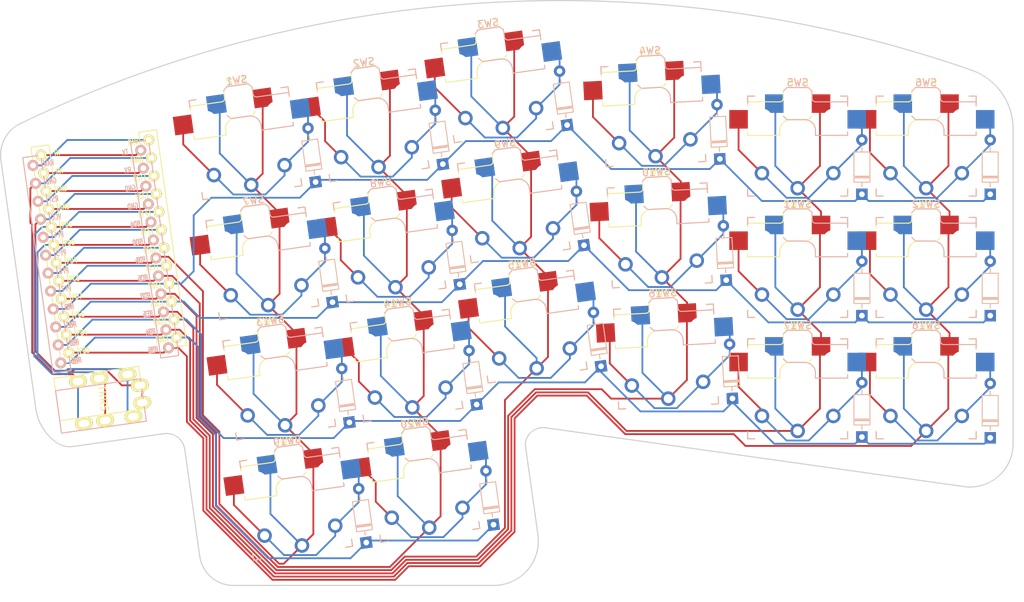
<source format=kicad_pcb>
(kicad_pcb (version 20221018) (generator pcbnew)
  (layers (0 "F.Cu" signal) (31 "B.Cu" power) (34 "B.Paste" user) (35 "F.Paste" user) (36 "B.SilkS" user "B.Silkscreen") (37 "F.SilkS" user "F.Silkscreen") (38 "B.Mask" user) (39 "F.Mask" user) (44 "Edge.Cuts" user))
  (net 0 "")
  (net 1 "Net-(D1-A)")
  (net 2 "Net-(D2-A)")
  (net 3 "Net-(D3-A)")
  (net 4 "Net-(D4-A)")
  (net 5 "Net-(D5-A)")
  (net 6 "Net-(D6-A)")
  (net 7 "Net-(D7-A)")
  (net 8 "Net-(D8-A)")
  (net 9 "Net-(D9-A)")
  (net 10 "Net-(D10-A)")
  (net 11 "Net-(D11-A)")
  (net 12 "Net-(D12-A)")
  (net 13 "Net-(D13-A)")
  (net 14 "Net-(D14-A)")
  (net 15 "Net-(D15-A)")
  (net 16 "Net-(D16-A)")
  (net 17 "Net-(D17-A)")
  (net 18 "Net-(D18-A)")
  (net 19 "Net-(D19-A)")
  (net 20 "Net-(D20-A)")
  (net 21 "C0")
  (net 22 "C1")
  (net 23 "C2")
  (net 24 "C3")
  (net 25 "C4")
  (net 26 "C5")
  (net 27 "GND")
  (net 28 "VCC")
  (net 29 "SDA")
  (net 30 "SCL")
  (net 31 "R0")
  (net 32 "R1")
  (net 33 "R2")
  (net 34 "R3")
  (net 35 "unconnected-(U1-RAW-Pad24)")
  (net 36 "unconnected-(U1-RST-Pad22)")
  (net 37 "unconnected-(U1-A1{slash}PF6-Pad18)")
  (net 38 "unconnected-(U1-A0{slash}PF7-Pad17)")
  (net 39 "unconnected-(U1-A2{slash}PF5-Pad19)")
  (net 40 "unconnected-(U1-A3{slash}PF4-Pad20)")
  (net 41 "unconnected-(U1-GND-Pad4)")
  (net 42 "unconnected-(U1-GND-Pad3)")
  (net 43 "unconnected-(U1-RX1{slash}PD2-Pad2)")
  (net 44 "unconnected-(U1-TX0{slash}PD3-Pad1)")
  (footprint "keyboard:Kailh_socket_PG1350_optional_reversible_outline" (layer "F.Cu") (at 120.005269 60.209143 8)
    (fp_text reference "SW2")
    (fp_text value "Choc")
  )
  (footprint "keyboard:Kailh_socket_PG1350_optional_reversible_outline" (layer "F.Cu") (at 142.144462 88.402338 8)
    (fp_text reference "SW15")
    (fp_text value "Choc")
  )
  (footprint "keyboard:Kailh_socket_PG1350_optional_reversible_outline" (layer "F.Cu") (at 124.737153 93.878258 8)
    (fp_text reference "SW14")
    (fp_text value "Choc")
  )
  (footprint "keyboard:Diode" (layer "F.Cu") (at 214.975 93.25 90)
    (fp_text reference "D12" hide)
    (fp_text value "1N4148")
  )
  (footprint "keyboard:Kailh_socket_PG1350_optional_reversible_outline" (layer "F.Cu") (at 198.5 96)
    (fp_text reference "SW18")
    (fp_text value "Choc")
  )
  (footprint "keyboard:Kailh_socket_PG1350_optional_reversible_outline" (layer "F.Cu") (at 161.685237 91.885471 3)
    (fp_text reference "SW16")
    (fp_text value "Choc")
  )
  (footprint "keyboard:Diode" (layer "F.Cu") (at 127.576155 125.036374 98)
    (fp_text reference "D19" hide)
    (fp_text value "1N4148")
  )
  (footprint "keyboard:Kailh_socket_PG1350_optional_reversible_outline" (layer "F.Cu") (at 109.278271 113.217929 8)
    (fp_text reference "SW19")
    (fp_text value "Choc")
  )
  (footprint "MountingHole:MountingHole_2.2mm_M2" (layer "F.Cu") (at 107.03 126.85)
    (fp_text reference "REF**" hide)
    (fp_text value "MountingHole_2.2mm_M2")
  )
  (footprint "keyboard:Diode" (layer "F.Cu") (at 197 76.25 90)
    (fp_text reference "D5" hide)
    (fp_text value "1N4148")
  )
  (footprint "keyboard:Diode" (layer "F.Cu") (at 177.104024 71.300303 93)
    (fp_text reference "D4" hide)
    (fp_text value "1N4148")
  )
  (footprint "keyboard:Kailh_socket_PG1350_optional_reversible_outline" (layer "F.Cu") (at 159.905815 57.932067 3)
    (fp_text reference "SW4")
    (fp_text value "Choc")
  )
  (footprint "keyboard:Diode" (layer "F.Cu") (at 197 110.25 90)
    (fp_text reference "D17" hide)
    (fp_text value "1N4148")
  )
  (footprint "keyboard:Diode" (layer "F.Cu") (at 158.076401 83.386224 98)
    (fp_text reference "D9" hide)
    (fp_text value "1N4148")
  )
  (footprint "keyboard:Diode" (layer "F.Cu") (at 177.993735 88.277005 93)
    (fp_text reference "D10" hide)
    (fp_text value "1N4148")
  )
  (footprint "keyboard:Diode" (layer "F.Cu") (at 178.867531 104.849282 93)
    (fp_text reference "D16" hide)
    (fp_text value "1N4148")
  )
  (footprint "keyboard:Diode" (layer "F.Cu") (at 120.478326 74.532702 98)
    (fp_text reference "D1" hide)
    (fp_text value "1N4148")
  )
  (footprint "keyboard:Kailh_socket_PG1350_optional_reversible_outline" (layer "F.Cu") (at 102.180443 62.714259 8)
    (fp_text reference "SW1")
    (fp_text value "Choc")
  )
  (footprint "keyboard:Kailh_socket_PG1350_optional_reversible_outline" (layer "F.Cu") (at 139.778517 71.567781 8)
    (fp_text reference "SW9")
    (fp_text value "Choc")
  )
  (footprint "keyboard:Diode" (layer "F.Cu") (at 145.400979 122.531258 98)
    (fp_text reference "D20" hide)
    (fp_text value "1N4148")
  )
  (footprint "keyboard:Kailh_socket_PG1350_optional_reversible_outline" (layer "F.Cu") (at 106.912329 96.383373 8)
    (fp_text reference "SW13")
    (fp_text value "Choc")
  )
  (footprint "keyboard:Diode" (layer "F.Cu") (at 197 93.25 90)
    (fp_text reference "D11" hide)
    (fp_text value "1N4148")
  )
  (footprint "MountingHole:MountingHole_2.2mm_M2" (layer "F.Cu") (at 200.54 58.33)
    (fp_text reference "REF**" hide)
    (fp_text value "MountingHole_2.2mm_M2")
  )
  (footprint "keyboard:Diode" (layer "F.Cu") (at 214.975 76.25 90)
    (fp_text reference "D6" hide)
    (fp_text value "1N4148")
  )
  (footprint "keyboard:Diode" (layer "F.Cu") (at 125.210212 108.201816 98)
    (fp_text reference "D13" hide)
    (fp_text value "1N4148")
  )
  (footprint "keyboard:Kailh_socket_PG1350_optional_reversible_outline" (layer "F.Cu") (at 122.37121 77.0437 8)
    (fp_text reference "SW8")
    (fp_text value "Choc")
  )
  (footprint "keyboard:Diode" (layer "F.Cu") (at 214.975 110.37 90)
    (fp_text reference "D18" hide)
    (fp_text value "1N4148")
  )
  (footprint "MountingHole:MountingHole_2.2mm_M2" (layer "F.Cu") (at 99.7 101.92)
    (fp_text reference "REF**" hide)
    (fp_text value "MountingHole_2.2mm_M2")
  )
  (footprint "MountingHole:MountingHole_2.2mm_M2" (layer "F.Cu") (at 97.93 61.72)
    (fp_text reference "REF**" hide)
    (fp_text value "MountingHole_2.2mm_M2")
  )
  (footprint "keyboard:Kailh_socket_PG1350_optional_reversible_outline" (layer "F.Cu") (at 104.546386 79.548816 8)
    (fp_text reference "SW7")
    (fp_text value "Choc")
  )
  (footprint "keyboard:Diode" (layer "F.Cu") (at 155.710457 66.551667 98)
    (fp_text reference "D3" hide)
    (fp_text value "1N4148")
  )
  (footprint "keyboard:Kailh_socket_PG1350_optional_reversible_outline" (layer "F.Cu") (at 198.5 62)
    (fp_text reference "SW6")
    (fp_text value "Choc")
  )
  (footprint "keyboard:Diode" (layer "F.Cu") (at 138.303152 72.027586 98)
    (fp_text reference "D2" hide)
    (fp_text value "1N4148")
  )
  (footprint "keyboard:Kailh_socket_PG1350_optional_reversible_outline" (layer "F.Cu") (at 180.5 62)
    (fp_text reference "SW5")
    (fp_text value "Choc")
  )
  (footprint "keyboard:ProMicro" (layer "F.Cu") (at 91.543003 84.046633 8)
    (fp_text reference "U1" hide)
    (fp_text value "ProMicro" hide)
  )
  (footprint "keyboard:Diode" (layer "F.Cu") (at 160.459043 100.339612 98)
    (fp_text reference "D15" hide)
    (fp_text value "1N4148")
  )
  (footprint "keyboard:Diode" (layer "F.Cu") (at 140.669094 88.862143 98)
    (fp_text reference "D8" hide)
    (fp_text value "1N4148")
  )
  (footprint "keyboard:Kailh_socket_PG1350_optional_reversible_outline" (layer "F.Cu") (at 180.5 79)
    (fp_text reference "SW11")
    (fp_text value "Choc")
  )
  (footprint "keyboard:Kailh_socket_PG1350_optional_reversible_outline" (layer "F.Cu") (at 137.412575 54.733223 8)
    (fp_text reference "SW3")
    (fp_text value "Choc")
  )
  (footprint "keyboard:Kailh_socket_PG1350_optional_reversible_outline" (layer "F.Cu") (at 180.5 96)
    (fp_text reference "SW17")
    (fp_text value "Choc")
  )
  (footprint "keyboard:PJ320-A_TRRS" (layer "F.Cu") (at 84.889116 109.704374 98)
    (fp_text reference "J1")
    (fp_text value "TRRS" hide)
  )
  (footprint "keyboard:Kailh_socket_PG1350_optional_reversible_outline" (layer "F.Cu") (at 127.103097 110.712815 8)
    (fp_text reference "SW20")
    (fp_text value "Choc")
  )
  (footprint "keyboard:Diode" (layer "F.Cu") (at 143.035037 105.696701 98)
    (fp_text reference "D14" hide)
    (fp_text value "1N4148")
  )
  (footprint "keyboard:Diode" (layer "F.Cu") (at 122.844269 91.367259 98)
    (fp_text reference "D7" hide)
    (fp_text value "1N4148")
  )
  (footprint "keyboard:Kailh_socket_PG1350_optional_reversible_outline" (layer "F.Cu") (at 198.5 79)
    (fp_text reference "SW12")
    (fp_text value "Choc")
  )
  (footprint "keyboard:Kailh_socket_PG1350_optional_reversible_outline" (layer "F.Cu") (at 160.795526 74.908769 3)
    (fp_text reference "SW10")
    (fp_text value "Choc")
  )
  (footprint "MountingHole:MountingHole_2.2mm_M2" (layer "F.Cu") (at 210.24 114.55)
    (fp_text reference "REF**" hide)
    (fp_text value "MountingHole_2.2mm_M2")
  )
  (gr_arc (start 212.342128 58.863686) (mid 216.570989 62.04087) (end 218.178618 67.080047) (stroke (width 0.16)) (layer "Edge.Cuts"))
  (gr_arc (start 149.853267 111.356211) (mid 150.72712 109.520892) (end 152.679343 108.954465) (stroke (width 0.16)) (layer "Edge.Cuts"))
  (gr_line (start 86.488256 111.575853) (end 99.252483 109.781958) (stroke (width 0.16)) (layer "Edge.Cuts"))
  (gr_arc (start 108.956884 131.038942) (mid 105.839445 129.873379) (end 104.251362 126.948494) (stroke (width 0.16)) (layer "Edge.Cuts"))
  (gr_line (start 76.399714 71.457553) (end 81.297476 106.306946) (stroke (width 0.16)) (layer "Edge.Cuts"))
  (gr_arc (start 218.178618 111.202225) (mid 216.098423 115.766797) (end 211.288766 117.191482) (stroke (width 0.16)) (layer "Edge.Cuts"))
  (gr_line (start 145.440682 131.038942) (end 108.956884 131.038942) (stroke (width 0.16)) (layer "Edge.Cuts"))
  (gr_arc (start 99.252483 109.781958) (mid 101.150235 110.27275) (end 102.145106 111.961706) (stroke (width 0.16)) (layer "Edge.Cuts"))
  (gr_arc (start 79.144956 66.333066) (mid 145.002919 49.391266) (end 212.342128 58.863686) (stroke (width 0.16)) (layer "Edge.Cuts"))
  (gr_arc (start 76.399714 71.457553) (mid 76.935398 68.446954) (end 79.144956 66.333066) (stroke (width 0.16)) (layer "Edge.Cuts"))
  (gr_line (start 104.251362 126.948494) (end 102.145106 111.961706) (stroke (width 0.16)) (layer "Edge.Cuts"))
  (gr_arc (start 84.228217 111.043519) (mid 82.264957 108.9833) (end 81.297476 106.306946) (stroke (width 0.16)) (layer "Edge.Cuts"))
  (gr_line (start 218.178618 67.080047) (end 218.178618 111.202225) (stroke (width 0.16)) (layer "Edge.Cuts"))
  (gr_arc (start 151.620397 123.929993) (mid 150.150407 128.892596) (end 145.440682 131.038942) (stroke (width 0.16)) (layer "Edge.Cuts"))
  (gr_line (start 149.853267 111.356211) (end 151.620397 123.929993) (stroke (width 0.16)) (layer "Edge.Cuts"))
  (gr_arc (start 86.488256 111.575853) (mid 85.308295 111.521715) (end 84.228217 111.043519) (stroke (width 0.16)) (layer "Edge.Cuts"))
  (gr_line (start 152.679343 108.954465) (end 211.288766 117.191482) (stroke (width 0.16)) (layer "Edge.Cuts"))
  (segment (start 106.228769 73.556355) (end 101.934884 69.26247) (width 0.25) (layer "F.Cu") (net 1))
  (segment (start 101.934884 69.26247) (end 101.934884 66.535623) (width 0.25) (layer "F.Cu") (net 1))
  (segment (start 116.13145 73.601464) (end 113.451861 76.281053) (width 0.25) (layer "B.Cu") (net 1))
  (segment (start 119.417827 66.986859) (end 119.417827 65.326315) (width 0.25) (layer "B.Cu") (net 1))
  (segment (start 119.417827 66.986859) (end 119.417827 68.878247) (width 0.25) (layer "B.Cu") (net 1))
  (segment (start 108.953467 76.281053) (end 106.228769 73.556355) (width 0.25) (layer "B.Cu") (net 1))
  (segment (start 119.417827 65.326315) (end 118.323821 64.232309) (width 0.25) (layer "B.Cu") (net 1))
  (segment (start 116.13145 72.164624) (end 116.13145 73.601464) (width 0.25) (layer "B.Cu") (net 1))
  (segment (start 113.451861 76.281053) (end 108.953467 76.281053) (width 0.25) (layer "B.Cu") (net 1))
  (segment (start 119.417827 68.878247) (end 116.13145 72.164624) (width 0.25) (layer "B.Cu") (net 1))
  (segment (start 124.053595 71.051239) (end 121.803703 68.801347) (width 0.25) (layer "F.Cu") (net 2))
  (segment (start 121.803703 68.801347) (end 121.803703 66.0745) (width 0.25) (layer "F.Cu") (net 2))
  (segment (start 121.803703 66.0745) (end 119.75971 64.030507) (width 0.25) (layer "F.Cu") (net 2))
  (segment (start 126.778293 73.775937) (end 124.053595 71.051239) (width 0.25) (layer "B.Cu") (net 2))
  (segment (start 137.242653 64.481743) (end 137.242653 66.373131) (width 0.25) (layer "B.Cu") (net 2))
  (segment (start 137.242653 64.481743) (end 137.242653 62.821199) (width 0.25) (layer "B.Cu") (net 2))
  (segment (start 133.956276 69.659508) (end 133.956276 71.096348) (width 0.25) (layer "B.Cu") (net 2))
  (segment (start 137.242653 66.373131) (end 133.956276 69.659508) (width 0.25) (layer "B.Cu") (net 2))
  (segment (start 133.956276 71.096348) (end 131.276687 73.775937) (width 0.25) (layer "B.Cu") (net 2))
  (segment (start 137.242653 62.821199) (end 136.148647 61.727193) (width 0.25) (layer "B.Cu") (net 2))
  (segment (start 131.276687 73.775937) (end 126.778293 73.775937) (width 0.25) (layer "B.Cu") (net 2))
  (segment (start 141.460901 65.575319) (end 137.167016 61.281434) (width 0.25) (layer "F.Cu") (net 3))
  (segment (start 137.167016 61.281434) (end 137.167016 58.554587) (width 0.25) (layer "F.Cu") (net 3))
  (segment (start 151.363582 64.183588) (end 151.363582 65.620428) (width 0.25) (layer "B.Cu") (net 3))
  (segment (start 148.683993 68.300017) (end 144.185599 68.300017) (width 0.25) (layer "B.Cu") (net 3))
  (segment (start 151.363582 65.620428) (end 148.683993 68.300017) (width 0.25) (layer "B.Cu") (net 3))
  (segment (start 154.649958 57.345278) (end 153.555953 56.251273) (width 0.25) (layer "B.Cu") (net 3))
  (segment (start 154.649958 59.005824) (end 154.649958 60.897212) (width 0.25) (layer "B.Cu") (net 3))
  (segment (start 154.649958 59.005824) (end 154.649958 57.345278) (width 0.25) (layer "B.Cu") (net 3))
  (segment (start 144.185599 68.300017) (end 141.460901 65.575319) (width 0.25) (layer "B.Cu") (net 3))
  (segment (start 154.649958 60.897212) (end 151.363582 64.183588) (width 0.25) (layer "B.Cu") (net 3))
  (segment (start 159.328137 65.420093) (end 159.328137 61.717488) (width 0.25) (layer "F.Cu") (net 4))
  (segment (start 162.993785 69.085741) (end 159.328137 65.420093) (width 0.25) (layer "F.Cu") (net 4))
  (segment (start 166.170227 72.262183) (end 162.993785 69.085741) (width 0.25) (layer "B.Cu") (net 4))
  (segment (start 172.98008 68.562381) (end 169.280278 72.262183) (width 0.25) (layer "B.Cu") (net 4))
  (segment (start 169.280278 72.262183) (end 166.170227 72.262183) (width 0.25) (layer "B.Cu") (net 4))
  (segment (start 176.705224 63.690746) (end 176.705224 61.701096) (width 0.25) (layer "B.Cu") (net 4))
  (segment (start 176.705224 61.701096) (end 175.855456 60.851328) (width 0.25) (layer "B.Cu") (net 4))
  (segment (start 176.705224 63.690746) (end 176.705224 64.837237) (width 0.25) (layer "B.Cu") (net 4))
  (segment (start 176.705224 64.837237) (end 172.98008 68.562381) (width 0.25) (layer "B.Cu") (net 4))
  (segment (start 183 73.3) (end 179.725 70.025) (width 0.25) (layer "F.Cu") (net 5))
  (segment (start 179.725 70.025) (end 179.725 65.75) (width 0.25) (layer "F.Cu") (net 5))
  (segment (start 197 69.3) (end 197 68.63) (width 0.25) (layer "B.Cu") (net 5))
  (segment (start 197 66.475) (end 196.275 65.75) (width 0.25) (layer "B.Cu") (net 5))
  (segment (start 186.441 76.741) (end 189.559 76.741) (width 0.25) (layer "B.Cu") (net 5))
  (segment (start 193 73.3) (end 197 69.3) (width 0.25) (layer "B.Cu") (net 5))
  (segment (start 197 68.63) (end 197 66.475) (width 0.25) (layer "B.Cu") (net 5))
  (segment (start 189.559 76.741) (end 193 73.3) (width 0.25) (layer "B.Cu") (net 5))
  (segment (start 183 73.3) (end 186.441 76.741) (width 0.25) (layer "B.Cu") (net 5))
  (segment (start 198.125 66.15) (end 197.725 65.75) (width 0.25) (layer "F.Cu") (net 6))
  (segment (start 198.125 70.425) (end 198.125 66.15) (width 0.25) (layer "F.Cu") (net 6))
  (segment (start 201 73.3) (end 198.125 70.425) (width 0.25) (layer "F.Cu") (net 6))
  (segment (start 211 73.3) (end 214.975 69.325) (width 0.25) (layer "B.Cu") (net 6))
  (segment (start 204.441 76.741) (end 207.559 76.741) (width 0.25) (layer "B.Cu") (net 6))
  (segment (start 214.975 69.325) (end 214.975 68.63) (width 0.25) (layer "B.Cu") (net 6))
  (segment (start 201 73.3) (end 204.441 76.741) (width 0.25) (layer "B.Cu") (net 6))
  (segment (start 214.975 66.45) (end 214.275 65.75) (width 0.25) (layer "B.Cu") (net 6))
  (segment (start 214.975 68.63) (end 214.975 66.45) (width 0.25) (layer "B.Cu") (net 6))
  (segment (start 207.559 76.741) (end 211 73.3) (width 0.25) (layer "B.Cu") (net 6))
  (segment (start 104.300827 86.097027) (end 104.300827 83.37018) (width 0.25) (layer "F.Cu") (net 7))
  (segment (start 108.594712 90.390912) (end 104.300827 86.097027) (width 0.25) (layer "F.Cu") (net 7))
  (segment (start 115.817804 93.11561) (end 111.31941 93.11561) (width 0.25) (layer "B.Cu") (net 7))
  (segment (start 111.31941 93.11561) (end 108.594712 90.390912) (width 0.25) (layer "B.Cu") (net 7))
  (segment (start 121.78377 82.160872) (end 120.689764 81.066866) (width 0.25) (layer "B.Cu") (net 7))
  (segment (start 118.497393 88.999181) (end 118.497393 90.436021) (width 0.25) (layer "B.Cu") (net 7))
  (segment (start 121.78377 83.821416) (end 121.78377 85.712804) (width 0.25) (layer "B.Cu") (net 7))
  (segment (start 118.497393 90.436021) (end 115.817804 93.11561) (width 0.25) (layer "B.Cu") (net 7))
  (segment (start 121.78377 83.821416) (end 121.78377 82.160872) (width 0.25) (layer "B.Cu") (net 7))
  (segment (start 121.78377 85.712804) (end 118.497393 88.999181) (width 0.25) (layer "B.Cu") (net 7))
  (segment (start 124 82.739413) (end 122.125651 80.865064) (width 0.25) (layer "F.Cu") (net 8))
  (segment (start 124 85.46626) (end 124 82.739413) (width 0.25) (layer "F.Cu") (net 8))
  (segment (start 126.419536 87.885796) (end 124 85.46626) (width 0.25) (layer "F.Cu") (net 8))
  (segment (start 133.642628 90.610494) (end 129.144234 90.610494) (width 0.25) (layer "B.Cu") (net 8))
  (segment (start 129.144234 90.610494) (end 126.419536 87.885796) (width 0.25) (layer "B.Cu") (net 8))
  (segment (start 139.608595 81.3163) (end 139.608595 83.207687) (width 0.25) (layer "B.Cu") (net 8))
  (segment (start 139.608595 83.207687) (end 136.322217 86.494065) (width 0.25) (layer "B.Cu") (net 8))
  (segment (start 139.608595 81.3163) (end 139.608595 79.655757) (width 0.25) (layer "B.Cu") (net 8))
  (segment (start 139.608595 79.655757) (end 138.514588 78.56175) (width 0.25) (layer "B.Cu") (net 8))
  (segment (start 136.322217 87.930905) (end 133.642628 90.610494) (width 0.25) (layer "B.Cu") (net 8))
  (segment (start 136.322217 86.494065) (end 136.322217 87.930905) (width 0.25) (layer "B.Cu") (net 8))
  (segment (start 139.532958 78.115992) (end 139.532958 75.389145) (width 0.25) (layer "F.Cu") (net 9))
  (segment (start 143.826843 82.409877) (end 139.532958 78.115992) (width 0.25) (layer "F.Cu") (net 9))
  (segment (start 153.729524 81.018146) (end 153.729524 82.454986) (width 0.25) (layer "B.Cu") (net 9))
  (segment (start 153.729524 82.454986) (end 151.049935 85.134575) (width 0.25) (layer "B.Cu") (net 9))
  (segment (start 146.551541 85.134575) (end 143.826843 82.409877) (width 0.25) (layer "B.Cu") (net 9))
  (segment (start 157.015902 77.731768) (end 153.729524 81.018146) (width 0.25) (layer "B.Cu") (net 9))
  (segment (start 157.015902 74.179838) (end 155.921895 73.085831) (width 0.25) (layer "B.Cu") (net 9))
  (segment (start 157.015902 75.840381) (end 157.015902 74.179838) (width 0.25) (layer "B.Cu") (net 9))
  (segment (start 151.049935 85.134575) (end 146.551541 85.134575) (width 0.25) (layer "B.Cu") (net 9))
  (segment (start 157.015902 75.840381) (end 157.015902 77.731768) (width 0.25) (layer "B.Cu") (net 9))
  (segment (start 160.217848 82.396795) (end 160.217848 78.69419) (width 0.25) (layer "F.Cu") (net 10))
  (segment (start 163.883496 86.062443) (end 160.217848 82.396795) (width 0.25) (layer "F.Cu") (net 10))
  (segment (start 173.869791 85.539083) (end 170.169989 89.238885) (width 0.25) (layer "B.Cu") (net 10))
  (segment (start 177.594935 80.667448) (end 177.594935 78.677798) (width 0.25) (layer "B.Cu") (net 10))
  (segment (start 177.594935 80.667448) (end 177.594935 81.813939) (width 0.25) (layer "B.Cu") (net 10))
  (segment (start 177.594935 81.813939) (end 173.869791 85.539083) (width 0.25) (layer "B.Cu") (net 10))
  (segment (start 170.169989 89.238885) (end 167.059938 89.238885) (width 0.25) (layer "B.Cu") (net 10))
  (segment (start 167.059938 89.238885) (end 163.883496 86.062443) (width 0.25) (layer "B.Cu") (net 10))
  (segment (start 177.594935 78.677798) (end 176.745167 77.82803) (width 0.25) (layer "B.Cu") (net 10))
  (segment (start 183 90.3) (end 179.725 87.025) (width 0.25) (layer "F.Cu") (net 11))
  (segment (start 179.725 87.025) (end 179.725 82.75) (width 0.25) (layer "F.Cu") (net 11))
  (segment (start 183 90.3) (end 186.441 93.741) (width 0.25) (layer "B.Cu") (net 11))
  (segment (start 189.559 93.741) (end 193 90.3) (width 0.25) (layer "B.Cu") (net 11))
  (segment (start 197 83.475) (end 196.275 82.75) (width 0.25) (layer "B.Cu") (net 11))
  (segment (start 197 86.3) (end 197 85.63) (width 0.25) (layer "B.Cu") (net 11))
  (segment (start 193 90.3) (end 197 86.3) (width 0.25) (layer "B.Cu") (net 11))
  (segment (start 186.441 93.741) (end 189.559 93.741) (width 0.25) (layer "B.Cu") (net 11))
  (segment (start 197 85.63) (end 197 83.475) (width 0.25) (layer "B.Cu") (net 11))
  (segment (start 198.125 87.425) (end 198.125 83.15) (width 0.25) (layer "F.Cu") (net 12))
  (segment (start 198.125 83.15) (end 197.725 82.75) (width 0.25) (layer "F.Cu") (net 12))
  (segment (start 201 90.3) (end 198.125 87.425) (width 0.25) (layer "F.Cu") (net 12))
  (segment (start 201 90.3) (end 204.441 93.741) (width 0.25) (layer "B.Cu") (net 12))
  (segment (start 214.975 85.63) (end 214.975 83.45) (width 0.25) (layer "B.Cu") (net 12))
  (segment (start 214.975 83.45) (end 214.275 82.75) (width 0.25) (layer "B.Cu") (net 12))
  (segment (start 204.441 93.741) (end 207.559 93.741) (width 0.25) (layer "B.Cu") (net 12))
  (segment (start 214.975 86.325) (end 214.975 85.63) (width 0.25) (layer "B.Cu") (net 12))
  (segment (start 207.559 93.741) (end 211 90.3) (width 0.25) (layer "B.Cu") (net 12))
  (segment (start 211 90.3) (end 214.975 86.325) (width 0.25) (layer "B.Cu") (net 12))
  (segment (start 110.960655 107.225469) (end 106.66677 102.931584) (width 0.25) (layer "F.Cu") (net 13))
  (segment (start 106.66677 102.931584) (end 106.66677 100.204737) (width 0.25) (layer "F.Cu") (net 13))
  (segment (start 124.149713 100.655973) (end 124.149713 98.995429) (width 0.25) (layer "B.Cu") (net 13))
  (segment (start 118.183747 109.950167) (end 113.685353 109.950167) (width 0.25) (layer "B.Cu") (net 13))
  (segment (start 120.863336 105.833738) (end 120.863336 107.270578) (width 0.25) (layer "B.Cu") (net 13))
  (segment (start 124.149713 102.547361) (end 120.863336 105.833738) (width 0.25) (layer "B.Cu") (net 13))
  (segment (start 124.149713 100.655973) (end 124.149713 102.547361) (width 0.25) (layer "B.Cu") (net 13))
  (segment (start 120.863336 107.270578) (end 118.183747 109.950167) (width 0.25) (layer "B.Cu") (net 13))
  (segment (start 113.685353 109.950167) (end 110.960655 107.225469) (width 0.25) (layer "B.Cu") (net 13))
  (segment (start 124.149713 98.995429) (end 123.055707 97.901423) (width 0.25) (layer "B.Cu") (net 13))
  (segment (start 128.785479 104.720354) (end 126.535587 102.470462) (width 0.25) (layer "F.Cu") (net 14))
  (segment (start 126.535587 99.743615) (end 124.491594 97.699622) (width 0.25) (layer "F.Cu") (net 14))
  (segment (start 126.535587 102.470462) (end 126.535587 99.743615) (width 0.25) (layer "F.Cu") (net 14))
  (segment (start 136.008571 107.445052) (end 131.510177 107.445052) (width 0.25) (layer "B.Cu") (net 14))
  (segment (start 138.68816 103.328623) (end 138.68816 104.765463) (width 0.25) (layer "B.Cu") (net 14))
  (segment (start 141.974538 98.150858) (end 141.974538 100.042245) (width 0.25) (layer "B.Cu") (net 14))
  (segment (start 141.974538 96.490315) (end 140.880531 95.396308) (width 0.25) (layer "B.Cu") (net 14))
  (segment (start 131.510177 107.445052) (end 128.785479 104.720354) (width 0.25) (layer "B.Cu") (net 14))
  (segment (start 141.974538 100.042245) (end 138.68816 103.328623) (width 0.25) (layer "B.Cu") (net 14))
  (segment (start 138.68816 104.765463) (end 136.008571 107.445052) (width 0.25) (layer "B.Cu") (net 14))
  (segment (start 141.974538 98.150858) (end 141.974538 96.490315) (width 0.25) (layer "B.Cu") (net 14))
  (segment (start 141.898903 94.950549) (end 141.898903 92.223702) (width 0.25) (layer "F.Cu") (net 15))
  (segment (start 146.192788 99.244434) (end 141.898903 94.950549) (width 0.25) (layer "F.Cu") (net 15))
  (segment (start 156.095469 99.289543) (end 153.41588 101.969132) (width 0.25) (layer "B.Cu") (net 15))
  (segment (start 159.398544 92.793769) (end 159.398544 91.031092) (width 0.25) (layer "B.Cu") (net 15))
  (segment (start 148.917486 101.969132) (end 146.192788 99.244434) (width 0.25) (layer "B.Cu") (net 15))
  (segment (start 159.398544 91.031092) (end 158.28784 89.920388) (width 0.25) (layer "B.Cu") (net 15))
  (segment (start 159.398544 92.793769) (end 159.398544 94.549628) (width 0.25) (layer "B.Cu") (net 15))
  (segment (start 153.41588 101.969132) (end 148.917486 101.969132) (width 0.25) (layer "B.Cu") (net 15))
  (segment (start 156.095469 97.852703) (end 156.095469 99.289543) (width 0.25) (layer "B.Cu") (net 15))
  (segment (start 159.398544 94.549628) (end 156.095469 97.852703) (width 0.25) (layer "B.Cu") (net 15))
  (segment (start 161.687596 96.250929) (end 161.107559 95.670892) (width 0.25) (layer "F.Cu") (net 16))
  (segment (start 164.773207 103.039145) (end 161.687596 99.953534) (width 0.25) (layer "F.Cu") (net 16))
  (segment (start 161.687596 99.953534) (end 161.687596 96.250929) (width 0.25) (layer "F.Cu") (net 16))
  (segment (start 174.759502 102.515785) (end 178.490927 98.78436) (width 0.25) (layer "B.Cu") (net 16))
  (segment (start 171.0597 106.215587) (end 167.949649 106.215587) (width 0.25) (layer "B.Cu") (net 16))
  (segment (start 178.490927 97.763985) (end 178.490927 95.660781) (width 0.25) (layer "B.Cu") (net 16))
  (segment (start 178.490927 98.78436) (end 178.490927 97.763985) (width 0.25) (layer "B.Cu") (net 16))
  (segment (start 178.490927 95.660781) (end 177.634878 94.804732) (width 0.25) (layer "B.Cu") (net 16))
  (segment (start 167.949649 106.215587) (end 164.773207 103.039145) (width 0.25) (layer "B.Cu") (net 16))
  (segment (start 174.759502 102.515785) (end 171.0597 106.215587) (width 0.25) (layer "B.Cu") (net 16))
  (segment (start 179.725 99.75) (end 179.725 103.225) (width 0.25) (layer "F.Cu") (net 17))
  (segment (start 179.725 103.225) (end 183 106.5) (width 0.25) (layer "F.Cu") (net 17))
  (segment (start 183 106.5) (end 183 107.3) (width 0.25) (layer "F.Cu") (net 17))
  (segment (start 193 107.3) (end 197 103.3) (width 0.25) (layer "B.Cu") (net 17))
  (segment (start 197 102.63) (end 197 100.475) (width 0.25) (layer "B.Cu") (net 17))
  (segment (start 186.441 110.741) (end 189.559 110.741) (width 0.25) (layer "B.Cu") (net 17))
  (segment (start 197 103.3) (end 197 102.63) (width 0.25) (layer "B.Cu") (net 17))
  (segment (start 183 107.3) (end 186.441 110.741) (width 0.25) (layer "B.Cu") (net 17))
  (segment (start 197 100.475) (end 196.275 99.75) (width 0.25) (layer "B.Cu") (net 17))
  (segment (start 189.559 110.741) (end 193 107.3) (width 0.25) (layer "B.Cu") (net 17))
  (segment (start 198.125 100.15) (end 197.725 99.75) (width 0.25) (layer "F.Cu") (net 18))
  (segment (start 201 107.3) (end 198.125 104.425) (width 0.25) (layer "F.Cu") (net 18))
  (segment (start 198.125 104.425) (end 198.125 100.15) (width 0.25) (layer "F.Cu") (net 18))
  (segment (start 201 107.3) (end 204.441 110.741) (width 0.25) (layer "B.Cu") (net 18))
  (segment (start 214.975 100.45) (end 214.275 99.75) (width 0.25) (layer "B.Cu") (net 18))
  (segment (start 207.559 110.741) (end 211 107.3) (width 0.25) (layer "B.Cu") (net 18))
  (segment (start 211 107.3) (end 214.975 103.325) (width 0.25) (layer "B.Cu") (net 18))
  (segment (start 214.975 102.75) (end 214.975 100.45) (width 0.25) (layer "B.Cu") (net 18))
  (segment (start 214.975 103.325) (end 214.975 102.75) (width 0.25) (layer "B.Cu") (net 18))
  (segment (start 204.441 110.741) (end 207.559 110.741) (width 0.25) (layer "B.Cu") (net 18))
  (segment (start 109.032712 119.76614) (end 109.032712 117.039293) (width 0.25) (layer "F.Cu") (net 19))
  (segment (start 113.326597 124.060025) (end 109.032712 119.76614) (width 0.25) (layer "F.Cu") (net 19))
  (segment (start 126.515656 117.490531) (end 126.515656 119.381916) (width 0.25) (layer "B.Cu") (net 19))
  (segment (start 123.229278 124.105134) (end 120.549689 126.784723) (width 0.25) (layer "B.Cu") (net 19))
  (segment (start 116.051295 126.784723) (end 113.326597 124.060025) (width 0.25) (layer "B.Cu") (net 19))
  (segment (start 126.515656 119.381916) (end 123.229278 122.668294) (width 0.25) (layer "B.Cu") (net 19))
  (segment (start 126.515656 117.490531) (end 126.515656 115.829986) (width 0.25) (layer "B.Cu") (net 19))
  (segment (start 123.229278 122.668294) (end 123.229278 124.105134) (width 0.25) (layer "B.Cu") (net 19))
  (segment (start 126.515656 115.829986) (end 125.421649 114.735979) (width 0.25) (layer "B.Cu") (net 19))
  (segment (start 120.549689 126.784723) (end 116.051295 126.784723) (width 0.25) (layer "B.Cu") (net 19))
  (segment (start 131.151423 121.554911) (end 128.901531 119.305019) (width 0.25) (layer "F.Cu") (net 20))
  (segment (start 128.901531 119.305019) (end 128.901531 116.578172) (width 0.25) (layer "F.Cu") (net 20))
  (segment (start 128.901531 116.578172) (end 126.857538 114.534179) (width 0.25) (layer "F.Cu") (net 20))
  (segment (start 144.34048 114.985415) (end 144.34048 116.876804) (width 0.25) (layer "B.Cu") (net 20))
  (segment (start 144.34048 116.876804) (end 141.054104 120.16318) (width 0.25) (layer "B.Cu") (net 20))
  (segment (start 144.34048 113.32487) (end 143.246475 112.230865) (width 0.25) (layer "B.Cu") (net 20))
  (segment (start 141.054104 120.16318) (end 141.054104 121.60002) (width 0.25) (layer "B.Cu") (net 20))
  (segment (start 141.054104 121.60002) (end 138.374515 124.279609) (width 0.25) (layer "B.Cu") (net 20))
  (segment (start 133.876121 124.279609) (end 131.151423 121.554911) (width 0.25) (layer "B.Cu") (net 20))
  (segment (start 138.374515 124.279609) (end 133.876121 124.279609) (width 0.25) (layer "B.Cu") (net 20))
  (segment (start 144.34048 114.985415) (end 144.34048 113.32487) (width 0.25) (layer "B.Cu") (net 20))
  (segment (start 113.838316 91.77461) (end 115.432243 90.180683) (width 0.25) (layer "F.Cu") (net 21))
  (segment (start 117.798186 95.73448) (end 113.838316 91.77461) (width 0.25) (layer "F.Cu") (net 21))
  (segment (start 118.570201 125.443723) (end 116.013924 128) (width 0.25) (layer "F.Cu") (net 21))
  (segment (start 116.204259 108.609167) (end 117.798186 107.01524) (width 0.25) (layer "F.Cu") (net 21))
  (segment (start 120.164128 123.849796) (end 120.164128 113.253254) (width 0.25) (layer "F.Cu") (net 21))
  (segment (start 118.570201 125.443723) (end 120.164128 123.849796) (width 0.25) (layer "F.Cu") (net 21))
  (segment (start 111.472373 74.940053) (end 113.0663 73.346126) (width 0.25) (layer "F.Cu") (net 21))
  (segment (start 117.798186 107.01524) (end 117.798186 96.418698) (width 0.25) (layer "F.Cu") (net 21))
  (segment (start 115.370111 128) (end 107 119.629889) (width 0.25) (layer "F.Cu") (net 21))
  (segment (start 97.435247 85.853867) (end 98.114005 85.175109) (width 0.25) (layer "F.Cu") (net 21))
  (segment (start 113.0663 73.346126) (end 113.0663 62.749584) (width 0.25) (layer "F.Cu") (net 21))
  (segment (start 115.432243 79.584141) (end 115.432243 78.899923) (width 0.25) (layer "F.Cu") (net 21))
  (segment (start 115.432243 90.180683) (end 115.432243 79.584141) (width 0.25) (layer "F.Cu") (net 21))
  (segment (start 98.289114 85) (end 97.435247 85.853867) (width 0.25) (layer "F.Cu") (net 21))
  (segment (start 117.798186 96.418698) (end 117.798186 95.73448) (width 0.25) (layer "F.Cu") (net 21))
  (segment (start 104.7 107.2) (end 104.7 89.829241) (width 0.25) (layer "F.Cu") (net 21))
  (segment (start 99.870759 85) (end 98.289114 85) (width 0.25) (layer "F.Cu") (net 21))
  (segment (start 84.159061 85.853867) (end 97.435247 85.853867) (width 0.25) (layer "F.Cu") (net 21))
  (segment (start 115.432243 78.899923) (end 111.472373 74.940053) (width 0.25) (layer "F.Cu") (net 21))
  (segment (start 116.013924 128) (end 115.370111 128) (width 0.25) (layer "F.Cu") (net 21))
  (segment (start 120.164128 112.569036) (end 116.204259 108.609167) (width 0.25) (layer "F.Cu") (net 21))
  (segment (start 107 119.629889) (end 107 109.5) (width 0.25) (layer "F.Cu") (net 21))
  (segment (start 104.7 89.829241) (end 99.870759 85) (width 0.25) (layer "F.Cu") (net 21))
  (segment (start 120.164128 113.253254) (end 120.164128 112.569036) (width 0.25) (layer "F.Cu") (net 21))
  (segment (start 107 109.5) (end 104.7 107.2) (width 0.25) (layer "F.Cu") (net 21))
  (segment (start 107.053012 70.520692) (end 107.053012 64.134136) (width 0.25) (layer "B.Cu") (net 21))
  (segment (start 111.784898 97.80325) (end 111.31193 97.330282) (width 0.25) (layer "B.Cu") (net 21))
  (segment (start 114.15084 114.637806) (end 113.677872 114.164838) (width 0.25) (layer "B.Cu") (net 21))
  (segment (start 113.838316 91.77461) (end 109.418955 87.355249) (width 0.25) (layer "B.Cu") (net 21))
  (segment (start 111.472373 74.940053) (end 107.053012 70.520692) (width 0.25) (layer "B.Cu") (net 21))
  (segment (start 111.784898 104.189806) (end 111.784898 97.80325) (width 0.25) (layer "B.Cu") (net 21))
  (segment (start 114.15084 121.024362) (end 114.15084 114.637806) (width 0.25) (layer "B.Cu") (net 21))
  (segment (start 109.418955 87.355249) (end 109.418955 80.968693) (width 0.25) (layer "B.Cu") (net 21))
  (segment (start 116.204259 108.609167) (end 111.784898 104.189806) (width 0.25) (layer "B.Cu") (net 21))
  (segment (start 109.418955 80.968693) (end 108.945987 80.495725) (width 0.25) (layer "B.Cu") (net 21))
  (segment (start 118.570201 125.443723) (end 114.15084 121.024362) (width 0.25) (layer "B.Cu") (net 21))
  (segment (start 107.053012 64.134136) (end 106.580044 63.661168) (width 0.25) (layer "B.Cu") (net 21))
  (segment (start 104.25 91.541022) (end 104.25 107.386396) (width 0.25) (layer "F.Cu") (net 22))
  (segment (start 135.62301 93.913583) (end 135.62301 93.229364) (width 0.25) (layer "F.Cu") (net 22))
  (segment (start 133.257067 76.394805) (end 129.297199 72.434937) (width 0.25) (layer "F.Cu") (net 22))
  (segment (start 129.297199 72.434937) (end 130.891126 70.84101) (width 0.25) (layer "F.Cu") (net 22))
  (segment (start 84.512561 88.369148) (end 97.788746 88.369148) (width 0.25) (layer "F.Cu") (net 22))
  (segment (start 135.62301 93.229364) (end 131.66314 89.269494) (width 0.25) (layer "F.Cu") (net 22))
  (segment (start 106.55 119.816285) (end 115.183715 128.45) (width 0.25) (layer "F.Cu") (net 22))
  (segment (start 133.257067 87.675567) (end 133.257067 77.079025) (width 0.25) (layer "F.Cu") (net 22))
  (segment (start 134.029083 106.104052) (end 135.62301 104.510125) (width 0.25) (layer "F.Cu") (net 22))
  (segment (start 100.388192 87.679214) (end 104.25 91.541022) (width 0.25) (layer "F.Cu") (net 22))
  (segment (start 131.66314 89.269494) (end 133.257067 87.675567) (width 0.25) (layer "F.Cu") (net 22))
  (segment (start 97.788746 88.369148) (end 98.467505 87.690389) (width 0.25) (layer "F.Cu") (net 22))
  (segment (start 137.988954 110.063923) (end 134.029083 106.104052) (width 0.25) (layer "F.Cu") (net 22))
  (segment (start 136.395027 122.938609) (end 137.988954 121.344682) (width 0.25) (layer "F.Cu") (net 22))
  (segment (start 130.883636 128.45) (end 136.395027 122.938609) (width 0.25) (layer "F.Cu") (net 22))
  (segment (start 98.47868 87.679214) (end 100.388192 87.679214) (width 0.25) (layer "F.Cu") (net 22))
  (segment (start 104.25 107.386396) (end 106.55 109.686396) (width 0.25) (layer "F.Cu") (net 22))
  (segment (start 115.183715 128.45) (end 130.883636 128.45) (width 0.25) (layer "F.Cu") (net 22))
  (segment (start 130.891126 70.84101) (end 130.891126 60.244468) (width 0.25) (layer "F.Cu") (net 22))
  (segment (start 137.988954 121.344682) (end 137.988954 110.74814) (width 0.25) (layer "F.Cu") (net 22))
  (segment (start 137.988954 110.74814) (end 137.988954 110.063923) (width 0.25) (layer "F.Cu") (net 22))
  (segment (start 133.257067 77.079025) (end 133.257067 76.394805) (width 0.25) (layer "F.Cu") (net 22))
  (segment (start 135.62301 104.510125) (end 135.62301 93.913583) (width 0.25) (layer "F.Cu") (net 22))
  (segment (start 98.467505 87.690389) (end 98.47868 87.679214) (width 0.25) (layer "F.Cu") (net 22))
  (segment (start 106.55 109.686396) (end 106.55 119.816285) (width 0.25) (layer "F.Cu") (net 22))
  (segment (start 124.877838 61.62902) (end 124.40487 61.156052) (width 0.25) (layer "B.Cu") (net 22))
  (segment (start 127.243779 78.463577) (end 126.770811 77.990609) (width 0.25) (layer "B.Cu") (net 22))
  (segment (start 127.243779 84.850133) (end 127.243779 78.463577) (width 0.25) (layer "B.Cu") (net 22))
  (segment (start 136.395027 122.938609) (end 131.975666 118.519248) (width 0.25) (layer "B.Cu") (net 22))
  (segment (start 129.609722 95.298135) (end 129.136754 94.825167) (width 0.25) (layer "B.Cu") (net 22))
  (segment (start 134.029083 106.104052) (end 129.609722 101.684691) (width 0.25) (layer "B.Cu") (net 22))
  (segment (start 129.609722 101.684691) (end 129.609722 95.298135) (width 0.25) (layer "B.Cu") (net 22))
  (segment (start 131.975666 118.519248) (end 131.975666 112.132692) (width 0.25) (layer "B.Cu") (net 22))
  (segment (start 129.297199 72.434937) (end 124.877838 68.015576) (width 0.25) (layer "B.Cu") (net 22))
  (segment (start 124.877838 68.015576) (end 124.877838 61.62902) (width 0.25) (layer "B.Cu") (net 22))
  (segment (start 131.975666 112.132692) (end 131.502698 111.659724) (width 0.25) (layer "B.Cu") (net 22))
  (segment (start 131.66314 89.269494) (end 127.243779 84.850133) (width 0.25) (layer "B.Cu") (net 22))
  (segment (start 103.8 93.252804) (end 100.741691 90.194495) (width 0.25) (layer "F.Cu") (net 23))
  (segment (start 142.976287 127) (end 132.970032 127) (width 0.25) (layer "F.Cu") (net 23))
  (segment (start 150.664374 82.199648) (end 150.664374 71.603106) (width 0.25) (layer "F.Cu") (net 23))
  (segment (start 114.997319 128.9) (end 106.1 120.002681) (width 0.25) (layer "F.Cu") (net 23))
  (segment (start 148.298432 65.36509) (end 148.298432 54.768548) (width 0.25) (layer "F.Cu") (net 23))
  (segment (start 151.436392 100.628132) (end 153.030319 99.034205) (width 0.25) (layer "F.Cu") (net 23))
  (segment (start 151.436392 100.628132) (end 147 105.064524) (width 0.25) (layer "F.Cu") (net 23))
  (segment (start 153.030319 88.437663) (end 153.030319 87.753447) (width 0.25) (layer "F.Cu") (net 23))
  (segment (start 147 122.976287) (end 142.976287 127) (width 0.25) (layer "F.Cu") (net 23))
  (segment (start 98.832179 90.194495) (end 98.821004 90.20567) (width 0.25) (layer "F.Cu") (net 23))
  (segment (start 98.142245 90.884429) (end 98.821004 90.20567) (width 0.25) (layer "F.Cu") (net 23))
  (segment (start 106.1 120.002681) (end 106.1 109.872792) (width 0.25) (layer "F.Cu") (net 23))
  (segment (start 149.070447 83.793575) (end 150.664374 82.199648) (width 0.25) (layer "F.Cu") (net 23))
  (segment (start 131.070032 128.9) (end 114.997319 128.9) (width 0.25) (layer "F.Cu") (net 23))
  (segment (start 146.704505 66.959017) (end 148.298432 65.36509) (width 0.25) (layer "F.Cu") (net 23))
  (segment (start 106.1 109.872792) (end 103.8 107.572792) (width 0.25) (layer "F.Cu") (net 23))
  (segment (start 153.030319 87.753447) (end 149.070447 83.793575) (width 0.25) (layer "F.Cu") (net 23))
  (segment (start 132.970032 127) (end 131.070032 128.9) (width 0.25) (layer "F.Cu") (net 23))
  (segment (start 100.741691 90.194495) (end 98.832179 90.194495) (width 0.25) (layer "F.Cu") (net 23))
  (segment (start 150.664374 71.603106) (end 150.664374 70.918886) (width 0.25) (layer "F.Cu") (net 23))
  (segment (start 103.8 107.572792) (end 103.8 93.252804) (width 0.25) (layer "F.Cu") (net 23))
  (segment (start 84.866061 90.884429) (end 98.142245 90.884429) (width 0.25) (layer "F.Cu") (net 23))
  (segment (start 150.664374 70.918886) (end 146.704505 66.959017) (width 0.25) (layer "F.Cu") (net 23))
  (segment (start 147 105.064524) (end 147 122.976287) (width 0.25) (layer "F.Cu") (net 23))
  (segment (start 153.030319 99.034205) (end 153.030319 88.437663) (width 0.25) (layer "F.Cu") (net 23))
  (segment (start 145.219217 73.555789) (end 144.178118 72.51469) (width 0.25) (layer "B.Cu") (net 23))
  (segment (start 147.017031 89.822215) (end 146.544063 89.349247) (width 0.25) (layer "B.Cu") (net 23))
  (segment (start 151.436392 100.628132) (end 151.436392 99.191292) (width 0.25) (layer "B.Cu") (net 23))
  (segment (start 149.070447 83.793575) (end 145.219217 79.942345) (width 0.25) (layer "B.Cu") (net 23))
  (segment (start 147.017031 94.771931) (end 147.017031 89.822215) (width 0.25) (layer "B.Cu") (net 23))
  (segment (start 151.436392 99.191292) (end 147.017031 94.771931) (width 0.25) (layer "B.Cu") (net 23))
  (segment (start 146.704505 66.959017) (end 142.285144 62.539656) (width 0.25) (layer "B.Cu") (net 23))
  (segment (start 142.285144 62.539656) (end 142.285144 56.1531) (width 0.25) (layer "B.Cu") (net 23))
  (segment (start 145.219217 79.942345) (end 145.219217 73.555789) (width 0.25) (layer "B.Cu") (net 23))
  (segment (start 142.285144 56.1531) (end 141.812176 55.680132) (width 0.25) (layer "B.Cu") (net 23))
  (segment (start 168.986549 87.897885) (end 171.599655 85.284779) (width 0.25) (layer "F.Cu") (net 24))
  (segment (start 105.65 120.189077) (end 114.810923 129.35) (width 0.25) (layer "F.Cu") (net 24))
  (segment (start 99.174504 92.720951) (end 99.185679 92.709776) (width 0.25) (layer "F.Cu") (net 24))
  (segment (start 147.45 123.162683) (end 147.45 107.277208) (width 0.25) (layer "F.Cu") (net 24))
  (segment (start 160.55 103.55) (end 161.874587 104.874587) (width 0.25) (layer "F.Cu") (net 24))
  (segment (start 170.709944 68.308077) (end 170.709944 58.953248) (width 0.25) (layer "F.Cu") (net 24))
  (segment (start 171.599655 85.284779) (end 171.599655 75.92995) (width 0.25) (layer "F.Cu") (net 24))
  (segment (start 103.35 94.964585) (end 103.35 107.759188) (width 0.25) (layer "F.Cu") (net 24))
  (segment (start 151.177208 103.55) (end 160.55 103.55) (width 0.25) (layer "F.Cu") (net 24))
  (segment (start 170.709944 58.953248) (end 170.747169 58.916023) (width 0.25) (layer "F.Cu") (net 24))
  (segment (start 105.65 110.059188) (end 105.65 120.189077) (width 0.25) (layer "F.Cu") (net 24))
  (segment (start 99.185679 92.709776) (end 101.095191 92.709776) (width 0.25) (layer "F.Cu") (net 24))
  (segment (start 172.489366 102.261481) (end 172.489366 92.906652) (width 0.25) (layer "F.Cu") (net 24))
  (segment (start 143.162683 127.45) (end 147.45 123.162683) (width 0.25) (layer "F.Cu") (net 24))
  (segment (start 133.156428 127.45) (end 143.162683 127.45) (width 0.25) (layer "F.Cu") (net 24))
  (segment (start 172.526591 92.869427) (end 172.526591 91.437927) (width 0.25) (layer "F.Cu") (net 24))
  (segment (start 98.495745 93.39971) (end 99.174504 92.720951) (width 0.25) (layer "F.Cu") (net 24))
  (segment (start 172.526591 91.437927) (end 168.986549 87.897885) (width 0.25) (layer "F.Cu") (net 24))
  (segment (start 169.87626 104.874587) (end 172.489366 102.261481) (width 0.25) (layer "F.Cu") (net 24))
  (segment (start 147.45 107.277208) (end 151.177208 103.55) (width 0.25) (layer "F.Cu") (net 24))
  (segment (start 172.489366 92.906652) (end 172.526591 92.869427) (width 0.25) (layer "F.Cu") (net 24))
  (segment (start 131.256428 129.35) (end 133.156428 127.45) (width 0.25) (layer "F.Cu") (net 24))
  (segment (start 171.63688 75.892725) (end 171.63688 74.461225) (width 0.25) (layer "F.Cu") (net 24))
  (segment (start 161.874587 104.874587) (end 169.87626 104.874587) (width 0.25) (layer "F.Cu") (net 24))
  (segment (start 101.095191 92.709776) (end 103.35 94.964585) (width 0.25) (layer "F.Cu") (net 24))
  (segment (start 103.35 107.759188) (end 105.65 110.059188) (width 0.25) (layer "F.Cu") (net 24))
  (segment (start 85.21956 93.39971) (end 98.495745 93.39971) (width 0.25) (layer "F.Cu") (net 24))
  (segment (start 171.63688 74.461225) (end 168.096838 70.921183) (width 0.25) (layer "F.Cu") (net 24))
  (segment (start 171.599655 75.92995) (end 171.63688 75.892725) (width 0.25) (layer "F.Cu") (net 24))
  (segment (start 168.096838 70.921183) (end 170.709944 68.308077) (width 0.25) (layer "F.Cu") (net 24))
  (segment (start 114.810923 129.35) (end 131.256428 129.35) (width 0.25) (layer "F.Cu") (net 24))
  (segment (start 165.36336 76.503028) (end 165.095857 76.235525) (width 0.25) (layer "B.Cu") (net 24))
  (segment (start 169.87626 104.874587) (end 166.253071 101.251398) (width 0.25) (layer "B.Cu") (net 24))
  (segment (start 164.473649 59.526326) (end 164.206146 59.258823) (width 0.25) (layer "B.Cu") (net 24))
  (segment (start 165.36336 84.274696) (end 165.36336 76.503028) (width 0.25) (layer "B.Cu") (net 24))
  (segment (start 164.473649 67.297994) (end 164.473649 59.526326) (width 0.25) (layer "B.Cu") (net 24))
  (segment (start 168.096838 70.921183) (end 164.473649 67.297994) (width 0.25) (layer "B.Cu") (net 24))
  (segment (start 166.253071 101.251398) (end 166.253071 93.47973) (width 0.25) (layer "B.Cu") (net 24))
  (segment (start 168.986549 87.897885) (end 165.36336 84.274696) (width 0.25) (layer "B.Cu") (net 24))
  (segment (start 166.253071 93.47973) (end 165.985568 93.212227) (width 0.25) (layer "B.Cu") (net 24))
  (segment (start 147.9 107.463604) (end 147.9 123.349079) (width 0.25) (layer "F.Cu") (net 25))
  (segment (start 147.9 123.349079) (end 143.349079 127.9) (width 0.25) (layer "F.Cu") (net 25))
  (segment (start 191.125 72.275) (end 191.125 63.7) (width 0.25) (layer "F.Cu") (net 25))
  (segment (start 158.636396 104) (end 151.363604 104) (width 0.25) (layer "F.Cu") (net 25))
  (segment (start 191.125 63.7) (end 191.275 63.55) (width 0.25) (layer "F.Cu") (net 25))
  (segment (start 114.624527 129.8) (end 105.2 120.375473) (width 0.25) (layer "F.Cu") (net 25))
  (segment (start 191.125 80.7) (end 191.275 80.55) (width 0.25) (layer "F.Cu") (net 25))
  (segment (start 105.2 120.375473) (end 105.2 110.245584) (width 0.25) (layer "F.Cu") (net 25))
  (segment (start 131.442824 129.8) (end 114.624527 129.8) (width 0.25) (layer "F.Cu") (net 25))
  (segment (start 98.849245 95.914991) (end 99.528004 95.236232) (width 0.25) (layer "F.Cu") (net 25))
  (segment (start 191.125 89.275) (end 191.125 80.7) (width 0.25) (layer "F.Cu") (net 25))
  (segment (start 191.275 97.55) (end 191.275 95.675) (width 0.25) (layer "F.Cu") (net 25))
  (segment (start 105.2 110.245584) (end 102.9 107.945584) (width 0.25) (layer "F.Cu") (net 25))
  (segment (start 188 109.4) (end 164.036396 109.4) (width 0.25) (layer "F.Cu") (net 25))
  (segment (start 191.125 97.7) (end 191.275 97.55) (width 0.25) (layer "F.Cu") (net 25))
  (segment (start 133.342824 127.9) (end 131.442824 129.8) (width 0.25) (layer "F.Cu") (net 25))
  (segment (start 102.9 107.945584) (end 102.9 96.676366) (width 0.25) (layer "F.Cu") (net 25))
  (segment (start 191.275 95.675) (end 188 92.4) (width 0.25) (layer "F.Cu") (net 25))
  (segment (start 151.363604 104) (end 147.9 107.463604) (width 0.25) (layer "F.Cu") (net 25))
  (segment (start 102.9 96.676366) (end 101.448691 95.225057) (width 0.25) (layer "F.Cu") (net 25))
  (segment (start 99.539179 95.225057) (end 99.528004 95.236232) (width 0.25) (layer "F.Cu") (net 25))
  (segment (start 188 92.4) (end 191.125 89.275) (width 0.25) (layer "F.Cu") (net 25))
  (segment (start 85.57306 95.914991) (end 98.849245 95.914991) (width 0.25) (layer "F.Cu") (net 25))
  (segment (start 101.448691 95.225057) (end 99.539179 95.225057) (width 0.25) (layer "F.Cu") (net 25))
  (segment (start 191.275 80.55) (end 191.275 78.675) (width 0.25) (layer "F.Cu") (net 25))
  (segment (start 188 109.4) (end 191.125 106.275) (width 0.25) (layer "F.Cu") (net 25))
  (segment (start 191.275 78.675) (end 188 75.4) (width 0.25) (layer "F.Cu") (net 25))
  (segment (start 188 75.4) (end 191.125 72.275) (width 0.25) (layer "F.Cu") (net 25))
  (segment (start 143.349079 127.9) (end 133.342824 127.9) (width 0.25) (layer "F.Cu") (net 25))
  (segment (start 164.036396 109.4) (end 158.636396 104) (width 0.25) (layer "F.Cu") (net 25))
  (segment (start 191.125 106.275) (end 191.125 97.7) (width 0.25) (layer "F.Cu") (net 25))
  (segment (start 184.875 72.275) (end 184.875 63.7) (width 0.25) (layer "B.Cu") (net 25))
  (segment (start 184.875 106.275) (end 184.875 97.7) (width 0.25) (layer "B.Cu") (net 25))
  (segment (start 184.875 97.7) (end 184.725 97.55) (width 0.25) (layer "B.Cu") (net 25))
  (segment (start 184.875 89.275) (end 184.875 80.7) (width 0.25) (layer "B.Cu") (net 25))
  (segment (start 184.875 80.7) (end 184.725 80.55) (width 0.25) (layer "B.Cu") (net 25))
  (segment (start 184.875 63.7) (end 184.725 63.55) (width 0.25) (layer "B.Cu") (net 25))
  (segment (start 188 75.4) (end 184.875 72.275) (width 0.25) (layer "B.Cu") (net 25))
  (segment (start 188 109.4) (end 184.875 106.275) (width 0.25) (layer "B.Cu") (net 25))
  (segment (start 188 92.4) (end 184.875 89.275) (width 0.25) (layer "B.Cu") (net 25))
  (segment (start 209.125 72.275) (end 209.125 63.7) (width 0.25) (layer "F.Cu") (net 26))
  (segment (start 206 92.4) (end 209.125 89.275) (width 0.25) (layer "F.Cu") (net 26))
  (segment (start 104.75 110.43198) (end 102.45 108.13198) (width 0.25) (layer "F.Cu") (net 26))
  (segment (start 102.45 108.13198) (end 102.45 98.95) (width 0.25) (layer "F.Cu") (net 26))
  (segment (start 209.09835 97.72665) (end 209.275 97.55) (width 0.25) (layer "F.Cu") (net 26))
  (segment (start 163.85 109.85) (end 158.45 104.45) (width 0.25) (layer "F.Cu") (net 26))
  (segment (start 104.75 120.561869) (end 104.75 110.43198) (width 0.25) (layer "F.Cu") (net 26))
  (segment (start 209.125 80.7) (end 209.275 80.55) (width 0.25) (layer "F.Cu") (net 26))
  (segment (start 206 75.4) (end 209.125 72.275) (width 0.25) (layer "F.Cu") (net 26))
  (segment (start 209.275 95.675) (end 206 92.4) (width 0.25) (layer "F.Cu") (net 26))
  (segment (start 206 109.4) (end 203.9 111.5) (width 0.25) (layer "F.Cu") (net 26))
  (segment (start 209.275 78.675) (end 206 75.4) (width 0.25) (layer "F.Cu") (net 26))
  (segment (start 85.92656 98.430271) (end 99.202745 98.430271) (width 0.25) (layer "F.Cu") (net 26))
  (segment (start 133.52922 128.35) (end 131.62922 130.25) (width 0.25) (layer "F.Cu") (net 26))
  (segment (start 148.35 107.65) (end 148.35 123.535475) (width 0.25) (layer "F.Cu") (net 26))
  (segment (start 99.202745 98.430271) (end 99.881503 97.751513) (width 0.25) (layer "F.Cu") (net 26))
  (segment (start 101.251513 97.751513) (end 99.881503 97.751513) (width 0.25) (layer "F.Cu") (net 26))
  (segment (start 180.696613 111.5) (end 179.046613 109.85) (width 0.25) (layer "F.Cu") (net 26))
  (segment (start 151.55 104.45) (end 148.35 107.65) (width 0.25) (layer "F.Cu") (net 26))
  (segment (start 148.35 123.535475) (end 143.535475 128.35) (width 0.25) (layer "F.Cu") (net 26))
  (segment (start 209.275 80.55) (end 209.275 78.675) (width 0.25) (layer "F.Cu") (net 26))
  (segment (start 158.45 104.45) (end 151.55 104.45) (width 0.25) (layer "F.Cu") (net 26))
  (segment (start 209.125 63.7) (end 209.275 63.55) (width 0.25) (layer "F.Cu") (net 26))
  (segment (start 102.45 98.95) (end 101.251513 97.751513) (width 0.25) (layer "F.Cu") (net 26))
  (segment (start 114.438131 130.25) (end 104.75 120.561869) (width 0.25) (layer "F.Cu") (net 26))
  (segment (start 131.62922 130.25) (end 114.438131 130.25) (width 0.25) (layer "F.Cu") (net 26))
  (segment (start 209.275 97.55) (end 209.275 95.675) (width 0.25) (layer "F.Cu") (net 26))
  (segment (start 179.046613 109.85) (end 163.85 109.85) (width 0.25) (layer "F.Cu") (net 26))
  (segment (start 206 109.4) (end 209.09835 106.30165) (width 0.25) (layer "F.Cu") (net 26))
  (segment (start 209.125 89.275) (end 209.125 80.7) (width 0.25) (layer "F.Cu") (net 26))
  (segment (start 143.535475 128.35) (end 133.52922 128.35) (width 0.25) (layer "F.Cu") (net 26))
  (segment (start 209.09835 106.30165) (end 209.09835 97.72665) (width 0.25) (layer "F.Cu") (net 26))
  (segment (start 203.9 111.5) (end 180.696613 111.5) (width 0.25) (layer "F.Cu") (net 26))
  (segment (start 202.875 97.7) (end 202.725 97.55) (width 0.25) (layer "B.Cu") (net 26))
  (segment (start 202.875 89.275) (end 202.875 80.7) (width 0.25) (layer "B.Cu") (net 26))
  (segment (start 202.875 63.7) (end 202.725 63.55) (width 0.25) (layer "B.Cu") (net 26))
  (segment (start 206 75.4) (end 202.875 72.275) (width 0.25) (layer "B.Cu") (net 26))
  (segment (start 202.875 80.7) (end 202.725 80.55) (width 0.25) (layer "B.Cu") (net 26))
  (segment (start 202.875 72.275) (end 202.875 63.7) (width 0.25) (layer "B.Cu") (net 26))
  (segment (start 202.875 106.275) (end 202.875 97.7) (width 0.25) (layer "B.Cu") (net 26))
  (segment (start 206 92.4) (end 202.875 89.275) (width 0.25) (layer "B.Cu") (net 26))
  (segment (start 206 109.4) (end 202.875 106.275) (width 0.25) (layer "B.Cu") (net 26))
  (segment (start 83.813604 101.45) (end 86.45 101.45) (width 0.25) (layer "F.Cu") (net 27))
  (segment (start 80.521321 80.243001) (end 80.77832 80.5) (width 0.25) (layer "F.Cu") (net 27))
  (segment (start 80.521321 75.453202) (end 80.521321 80.243001) (width 0.25) (layer "F.Cu") (net 27))
  (segment (start 80.77832 80.5) (end 80.77832 98.414716) (width 0.25) (layer "F.Cu") (net 27))
  (segment (start 81.254821 74.719702) (end 80.521321 75.453202) (width 0.25) (layer "F.Cu") (net 27))
  (segment (start 86.45 101.45) (end 87.203665 102.203665) (width 0.25) (layer "F.Cu") (net 27))
  (segment (start 80.77832 98.414716) (end 83.813604 101.45) (width 0.25) (layer "F.Cu") (net 27))
  (segment (start 87.203665 102.203665) (end 87.203665 102.461766) (width 0.25) (layer "F.Cu") (net 27))
  (segment (start 97.452268 71.170423) (end 86.106966 71.170423) (width 0.25) (layer "B.Cu") (net 27))
  (segment (start 82.557687 74.719702) (end 81.254821 74.719702) (width 0.25) (layer "B.Cu") (net 27))
  (segment (start 86.106966 71.170423) (end 82.557687 74.719702) (width 0.25) (layer "B.Cu") (net 27))
  (segment (start 87.203665 102.461766) (end 87.203665 107.525782) (width 0.25) (layer "B.Cu") (net 27))
  (segment (start 87.203665 107.525782) (end 88.031745 108.353862) (width 0.25) (layer "B.Cu") (net 27))
  (segment (start 93.335084 103.011764) (end 95.864496 103.011764) (width 0.25) (layer "F.Cu") (net 28))
  (segment (start 96.20547 103.352738) (end 95.864496 103.011764) (width 0.25) (layer "F.Cu") (net 28))
  (segment (start 81.961821 79.750264) (end 81.22832 80.483765) (width 0.25) (layer "F.Cu") (net 28))
  (segment (start 91.080598 100.757278) (end 93.335084 103.011764) (width 0.25) (layer "F.Cu") (net 28))
  (segment (start 84 101) (end 86.5 101) (width 0.25) (layer "F.Cu") (net 28))
  (segment (start 81.22832 98.22832) (end 84 101) (width 0.25) (layer "F.Cu") (net 28))
  (segment (start 95.864496 103.011764) (end 96 102.87626) (width 0.25) (layer "F.Cu") (net 28))
  (segment (start 86.5 101) (end 86.742722 100.757278) (width 0.25) (layer "F.Cu") (net 28))
  (segment (start 86.742722 100.757278) (end 91.080598 100.757278) (width 0.25) (layer "F.Cu") (net 28))
  (segment (start 81.22832 80.483765) (end 81.22832 98.22832) (width 0.25) (layer "F.Cu") (net 28))
  (segment (start 96.20547 105.437921) (end 96.20547 103.352738) (width 0.25) (layer "F.Cu") (net 28))
  (segment (start 98.159267 76.200985) (end 86.742852 76.200985) (width 0.25) (layer "B.Cu") (net 28))
  (segment (start 83.193573 79.750264) (end 81.961821 79.750264) (width 0.25) (layer "B.Cu") (net 28))
  (segment (start 86.742852 76.200985) (end 83.193573 79.750264) (width 0.25) (layer "B.Cu") (net 28))
  (segment (start 91.002549 102.872327) (end 90.174469 102.044247) (width 0.25) (layer "F.Cu") (net 29))
  (segment (start 91.002549 107.936342) (end 91.002549 102.872327) (width 0.25) (layer "F.Cu") (net 29))
  (segment (start 83.452062 80.823305) (end 96.728248 80.823305) (width 0.25) (layer "F.Cu") (net 29))
  (segment (start 96.728248 80.823305) (end 97.407006 80.144547) (width 0.25) (layer "F.Cu") (net 29))
  (segment (start 81.072974 81.927026) (end 81.072974 98.936578) (width 0.25) (layer "B.Cu") (net 29))
  (segment (start 85.961599 101.174797) (end 89.305019 101.174797) (width 0.25) (layer "B.Cu") (net 29))
  (segment (start 89.305019 101.174797) (end 90.174469 102.044247) (width 0.25) (layer "B.Cu") (net 29))
  (segment (start 81.072974 98.936578) (end 83.545907 101.409511) (width 0.25) (layer "B.Cu") (net 29))
  (segment (start 85.726885 101.409511) (end 85.961599 101.174797) (width 0.25) (layer "B.Cu") (net 29))
  (segment (start 82.176695 80.823305) (end 81.072974 81.927026) (width 0.25) (layer "B.Cu") (net 29))
  (segment (start 83.545907 101.409511) (end 85.726885 101.409511) (width 0.25) (layer "B.Cu") (net 29))
  (segment (start 83.452062 80.823305) (end 82.176695 80.823305) (width 0.25) (layer "B.Cu") (net 29))
  (segment (start 97.081747 83.338586) (end 97.760505 82.659828) (width 0.25) (layer "F.Cu") (net 30))
  (segment (start 83.805562 83.338586) (end 97.081747 83.338586) (width 0.25) (layer "F.Cu") (net 30))
  (segment (start 94.135541 101.487555) (end 94.135541 106.55157) (width 0.25) (layer "B.Cu") (net 30))
  (segment (start 81.522974 84.377026) (end 81.522974 98.750182) (width 0.25) (layer "B.Cu") (net 30))
  (segment (start 83.732303 100.959511) (end 85.540489 100.959511) (width 0.25) (layer "B.Cu") (net 30))
  (segment (start 94.135541 106.55157) (end 94.963621 107.37965) (width 0.25) (layer "B.Cu") (net 30))
  (segment (start 81.522974 98.750182) (end 83.732303 100.959511) (width 0.25) (layer "B.Cu") (net 30))
  (segment (start 85.775203 100.724797) (end 93.372783 100.724797) (width 0.25) (layer "B.Cu") (net 30))
  (segment (start 83.805562 83.338586) (end 82.561414 83.338586) (width 0.25) (layer "B.Cu") (net 30))
  (segment (start 85.540489 100.959511) (end 85.775203 100.724797) (width 0.25) (layer "B.Cu") (net 30))
  (segment (start 93.372783 100.724797) (end 94.135541 101.487555) (width 0.25) (layer "B.Cu") (net 30))
  (segment (start 82.561414 83.338586) (end 81.522974 84.377026) (width 0.25) (layer "B.Cu") (net 30))
  (segment (start 175.692144 72.712183) (end 177.104024 71.300303) (width 0.25) (layer "B.Cu") (net 31))
  (segment (start 155.710457 66.551667) (end 161.870973 72.712183) (width 0.25) (layer "B.Cu") (net 31))
  (segment (start 197 76.25) (end 197.941 77.191) (width 0.25) (layer "B.Cu") (net 31))
  (segment (start 120.478326 74.532702) (end 120.785091 74.225937) (width 0.25) (layer "B.Cu") (net 31))
  (segment (start 197.941 77.191) (end 214.034 77.191) (width 0.25) (layer "B.Cu") (net 31))
  (segment (start 99.926766 88.777389) (end 89 88.777389) (width 0.25) (layer "B.Cu") (net 31))
  (segment (start 85.464679 92.31271) (end 83.743277 92.31271) (width 0.25) (layer "B.Cu") (net 31))
  (segment (start 182.994721 77.191) (end 196.059 77.191) (width 0.25) (layer "B.Cu") (net 31))
  (segment (start 214.034 77.191) (end 214.975 76.25) (width 0.25) (layer "B.Cu") (net 31))
  (segment (start 161.870973 72.712183) (end 175.692144 72.712183) (width 0.25) (layer "B.Cu") (net 31))
  (segment (start 120.785091 74.225937) (end 136.104801 74.225937) (width 0.25) (layer "B.Cu") (net 31))
  (segment (start 141.530738 68.8) (end 153.462124 68.8) (width 0.25) (layer "B.Cu") (net 31))
  (segment (start 89 88.777389) (end 85.464679 92.31271) (width 0.25) (layer "B.Cu") (net 31))
  (segment (start 118.279975 76.731053) (end 120.478326 74.532702) (width 0.25) (layer "B.Cu") (net 31))
  (segment (start 196.059 77.191) (end 197 76.25) (width 0.25) (layer "B.Cu") (net 31))
  (segment (start 101.638202 88.766214) (end 101.649377 88.777389) (width 0.25) (layer "B.Cu") (net 31))
  (segment (start 177.104024 71.300303) (end 182.994721 77.191) (width 0.25) (layer "B.Cu") (net 31))
  (segment (start 136.104801 74.225937) (end 138.303152 72.027586) (width 0.25) (layer "B.Cu") (net 31))
  (segment (start 105.868947 76.731053) (end 118.279975 76.731053) (width 0.25) (layer "B.Cu") (net 31))
  (segment (start 153.462124 68.8) (end 155.710457 66.551667) (width 0.25) (layer "B.Cu") (net 31))
  (segment (start 83.743277 92.31271) (end 83.729319 92.326668) (width 0.25) (layer "B.Cu") (net 31))
  (segment (start 103.4 87.026766) (end 103.4 79.2) (width 0.25) (layer "B.Cu") (net 31))
  (segment (start 101.649377 88.777389) (end 103.4 87.026766) (width 0.25) (layer "B.Cu") (net 31))
  (segment (start 99.937941 88.766214) (end 101.638202 88.766214) (width 0.25) (layer "B.Cu") (net 31))
  (segment (start 103.4 79.2) (end 105.868947 76.731053) (width 0.25) (layer "B.Cu") (net 31))
  (segment (start 138.303152 72.027586) (end 141.530738 68.8) (width 0.25) (layer "B.Cu") (net 31))
  (segment (start 100.29144 91.281495) (end 102.014051 91.281495) (width 0.25) (layer "B.Cu") (net 32))
  (segment (start 176.581855 89.688885) (end 177.993735 88.277005) (width 0.25) (layer "B.Cu") (net 32))
  (segment (start 196.059 94.191) (end 197 93.25) (width 0.25) (layer "B.Cu") (net 32))
  (segment (start 177.993735 88.277005) (end 183.90773 94.191) (width 0.25) (layer "B.Cu") (net 32))
  (segment (start 214.034 94.191) (end 214.975 93.25) (width 0.25) (layer "B.Cu") (net 32))
  (segment (start 164.379062 89.688885) (end 176.581855 89.688885) (width 0.25) (layer "B.Cu") (net 32))
  (segment (start 100.280265 91.29267) (end 88.984719 91.29267) (width 0.25) (layer "B.Cu") (net 32))
  (segment (start 183.90773 94.191) (end 196.059 94.191) (width 0.25) (layer "B.Cu") (net 32))
  (segment (start 197.941 94.191) (end 214.034 94.191) (width 0.25) (layer "B.Cu") (net 32))
  (segment (start 155.862625 85.6) (end 158.076401 83.386224) (width 0.25) (layer "B.Cu") (net 32))
  (segment (start 120.645918 93.56561) (end 122.844269 91.367259) (width 0.25) (layer "B.Cu") (net 32))
  (segment (start 158.076401 83.386224) (end 164.379062 89.688885) (width 0.25) (layer "B.Cu") (net 32))
  (segment (start 140.669094 88.862143) (end 143.931237 85.6) (width 0.25) (layer "B.Cu") (net 32))
  (segment (start 104.298166 93.56561) (end 120.645918 93.56561) (width 0.25) (layer "B.Cu") (net 32))
  (segment (start 138.163978 91.367259) (end 140.669094 88.862143) (width 0.25) (layer "B.Cu") (net 32))
  (segment (start 122.844269 91.367259) (end 138.163978 91.367259) (width 0.25) (layer "B.Cu") (net 32))
  (segment (start 143.931237 85.6) (end 155.862625 85.6) (width 0.25) (layer "B.Cu") (net 32))
  (segment (start 88.984719 91.29267) (end 85.449398 94.827991) (width 0.25) (layer "B.Cu") (net 32))
  (segment (start 84.096777 94.827991) (end 84.082819 94.841949) (width 0.25) (layer "B.Cu") (net 32))
  (segment (start 197 93.25) (end 197.941 94.191) (width 0.25) (layer "B.Cu") (net 32))
  (segment (start 85.449398 94.827991) (end 84.096777 94.827991) (width 0.25) (layer "B.Cu") (net 32))
  (segment (start 102.014051 91.281495) (end 104.298166 93.56561) (width 0.25) (layer "B.Cu") (net 32))
  (segment (start 214.154 111.191) (end 214.975 110.37) (width 0.25) (layer "B.Cu") (net 33))
  (segment (start 125.412028 108) (end 140.731738 108) (width 0.25) (layer "B.Cu") (net 33))
  (segment (start 178.889727 105.373542) (end 184.707185 111.191) (width 0.25) (layer "B.Cu") (net 33))
  (segment (start 125.210212 108.201816) (end 125.412028 108) (width 0.25) (layer "B.Cu") (net 33))
  (segment (start 197.941 111.191) (end 214.154 111.191) (width 0.25) (layer "B.Cu") (net 33))
  (segment (start 158.198655 102.6) (end 160.459043 100.339612) (width 0.25) (layer "B.Cu") (net 33))
  (segment (start 197 110.25) (end 197.941 111.191) (width 0.25) (layer "B.Cu") (net 33))
  (segment (start 160.459043 101.147474) (end 165.977156 106.665587) (width 0.25) (layer "B.Cu") (net 33))
  (segment (start 165.977156 106.665587) (end 177.597682 106.665587) (width 0.25) (layer "B.Cu") (net 33))
  (segment (start 160.459043 100.339612) (end 160.459043 101.147474) (width 0.25) (layer "B.Cu") (net 33))
  (segment (start 89.217351 93.807951) (end 85.668072 97.35723) (width 0.25) (layer "B.Cu") (net 33))
  (segment (start 100.64494 93.796776) (end 102.367551 93.796776) (width 0.25) (layer "B.Cu") (net 33))
  (segment (start 146.131738 102.6) (end 158.198655 102.6) (width 0.25) (layer "B.Cu") (net 33))
  (segment (start 143.035037 105.696701) (end 146.131738 102.6) (width 0.25) (layer "B.Cu") (net 33))
  (segment (start 107.600167 110.400167) (end 123.011861 110.400167) (width 0.25) (layer "B.Cu") (net 33))
  (segment (start 140.731738 108) (end 143.035037 105.696701) (width 0.25) (layer "B.Cu") (net 33))
  (segment (start 104.45 95.879225) (end 104.45 107.25) (width 0.25) (layer "B.Cu") (net 33))
  (segment (start 196.059 111.191) (end 197 110.25) (width 0.25) (layer "B.Cu") (net 33))
  (segment (start 123.011861 110.400167) (end 125.210212 108.201816) (width 0.25) (layer "B.Cu") (net 33))
  (segment (start 184.707185 111.191) (end 196.059 111.191) (width 0.25) (layer "B.Cu") (net 33))
  (segment (start 102.367551 93.796776) (end 104.45 95.879225) (width 0.25) (layer "B.Cu") (net 33))
  (segment (start 177.597682 106.665587) (end 178.889727 105.373542) (width 0.25) (layer "B.Cu") (net 33))
  (segment (start 104.45 107.25) (end 107.600167 110.400167) (width 0.25) (layer "B.Cu") (net 33))
  (segment (start 85.668072 97.35723) (end 84.436318 97.35723) (width 0.25) (layer "B.Cu") (net 33))
  (segment (start 100.633765 93.807951) (end 89.217351 93.807951) (width 0.25) (layer "B.Cu") (net 33))
  (segment (start 143.182237 124.75) (end 145.400979 122.531258) (width 0.25) (layer "B.Cu") (net 34))
  (segment (start 106.5 119.9) (end 113.834723 127.234723) (width 0.25) (layer "B.Cu") (net 34))
  (segment (start 125.377806 127.234723) (end 127.576155 125.036374) (width 0.25) (layer "B.Cu") (net 34))
  (segment (start 104 107.436396) (end 106.5 109.936396) (width 0.25) (layer "B.Cu") (net 34))
  (segment (start 100.99844 96.312057) (end 102.721051 96.312057) (width 0.25) (layer "B.Cu") (net 34))
  (segment (start 100.987265 96.323232) (end 89.57085 96.323232) (width 0.25) (layer "B.Cu") (net 34))
  (segment (start 86.021571 99.872511) (end 84.789818 99.872511) (width 0.25) (layer "B.Cu") (net 34))
  (segment (start 104 97.591006) (end 104 107.436396) (width 0.25) (layer "B.Cu") (net 34))
  (segment (start 89.57085 96.323232) (end 86.021571 99.872511) (width 0.25) (layer "B.Cu") (net 34))
  (segment (start 113.834723 127.234723) (end 125.377806 127.234723) (width 0.25) (layer "B.Cu") (net 34))
  (segment (start 127.862529 124.75) (end 143.182237 124.75) (width 0.25) (layer "B.Cu") (net 34))
  (segment (start 127.576155 125.036374) (end 127.862529 124.75) (width 0.25) (layer "B.Cu") (net 34))
  (segment (start 106.5 109.936396) (end 106.5 119.9) (width 0.25) (layer "B.Cu") (net 34))
  (segment (start 102.721051 96.312057) (end 104 97.591006) (width 0.25) (layer "B.Cu") (net 34))
  (segment (start 82.133075 72.204421) (end 80.901322 72.204421) (width 0.25) (layer "B.Cu") (net 35))
  (segment (start 85.693529 68.643967) (end 82.133075 72.204421) (width 0.25) (layer "B.Cu") (net 35))
  (segment (start 97.109943 68.643967) (end 85.693529 68.643967) (width 0.25) (layer "B.Cu") (net 35))
  (segment (start 86.389353 73.685704) (end 82.840074 77.234983) (width 0.25) (layer "B.Cu") (net 36))
  (segment (start 97.805768 73.685704) (end 86.389353 73.685704) (width 0.25) (layer "B.Cu") (net 36))
  (segment (start 82.840074 77.234983) (end 81.608321 77.234983) (width 0.25) (layer "B.Cu") (net 36))
  (segment (start 83.036279 87.282148) (end 83.02232 87.296107) (width 0.25) (layer "B.Cu") (net 37))
  (segment (start 84.495241 87.282148) (end 83.036279 87.282148) (width 0.25) (layer "B.Cu") (net 37))
  (segment (start 88.030561 83.746828) (end 84.495241 87.282148) (width 0.25) (layer "B.Cu") (net 37))
  (segment (start 99.219765 83.746828) (end 88.030561 83.746828) (width 0.25) (layer "B.Cu") (net 37))
  (segment (start 84.97996 89.797429) (end 83.389776 89.797429) (width 0.25) (layer "B.Cu") (net 38))
  (segment (start 88.51528 86.262109) (end 84.97996 89.797429) (width 0.25) (layer "B.Cu") (net 38))
  (segment (start 83.389776 89.797429) (end 83.375819 89.811386) (width 0.25) (layer "B.Cu") (net 38))
  (segment (start 99.573265 86.262109) (end 88.51528 86.262109) (width 0.25) (layer "B.Cu") (net 38))
  (segment (start 98.877442 81.220371) (end 98.866266 81.231547) (width 0.25) (layer "B.Cu") (net 39))
  (segment (start 98.866266 81.231547) (end 87.449852 81.231547) (width 0.25) (layer "B.Cu") (net 39))
  (segment (start 87.449852 81.231547) (end 83.900573 84.780826) (width 0.25) (layer "B.Cu") (net 39))
  (segment (start 83.900573 84.780826) (end 82.66882 84.780826) (width 0.25) (layer "B.Cu") (net 39))
  (segment (start 87.33532 78.716266) (end 83.8 82.251586) (width 0.25) (layer "B.Cu") (net 40))
  (segment (start 82.329279 82.251586) (end 82.31532 82.265545) (width 0.25) (layer "B.Cu") (net 40))
  (segment (start 83.8 82.251586) (end 82.329279 82.251586) (width 0.25) (layer "B.Cu") (net 40))
  (segment (start 98.523942 78.705091) (end 98.512767 78.716266) (width 0.25) (layer "B.Cu") (net 40))
  (segment (start 98.512767 78.716266) (end 87.33532 78.716266) (width 0.25) (layer "B.Cu") (net 40))
  (segment (start 83.098562 78.308024) (end 96.374748 78.308024) (width 0.25) (layer "F.Cu") (net 41))
  (segment (start 96.374748 78.308024) (end 97.053506 77.629266) (width 0.25) (layer "F.Cu") (net 41))
  (segment (start 82.745063 75.792743) (end 96.021248 75.792743) (width 0.25) (layer "F.Cu") (net 42))
  (segment (start 96.021248 75.792743) (end 96.700006 75.113985) (width 0.25) (layer "F.Cu") (net 42))
  (segment (start 82.391563 73.277462) (end 95.667749 73.277462) (width 0.25) (layer "F.Cu") (net 43))
  (segment (start 95.667749 73.277462) (end 96.346507 72.598704) (width 0.25) (layer "F.Cu") (net 43))
  (segment (start 82.038063 70.762182) (end 95.314248 70.762182) (width 0.25) (layer "F.Cu") (net 44))
  (segment (start 95.314248 70.762182) (end 95.993007 70.083423) (width 0.25) (layer "F.Cu") (net 44))
)
</source>
